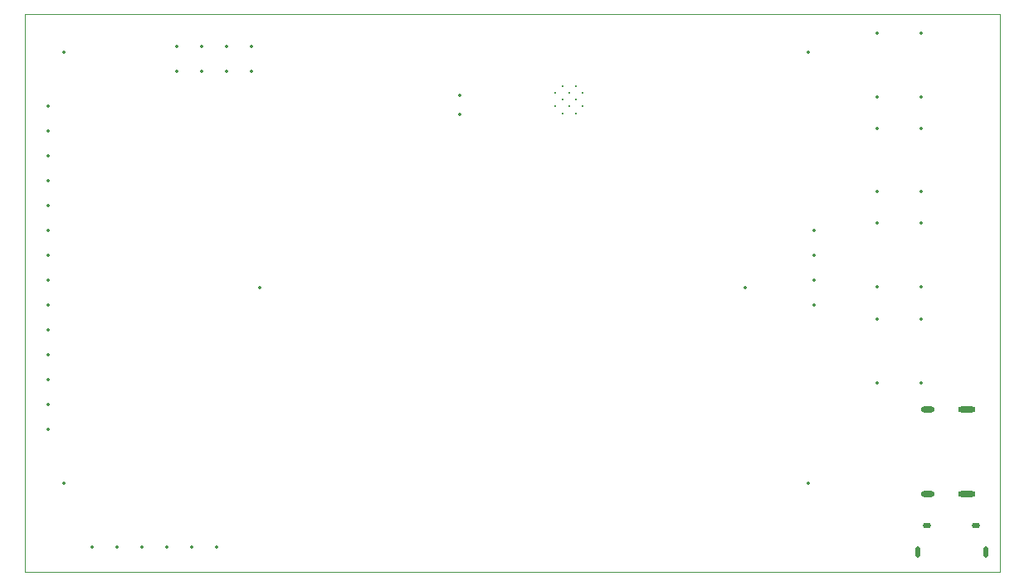
<source format=gko>
%TF.GenerationSoftware,KiCad,Pcbnew,9.0.1*%
%TF.CreationDate,2025-12-02T19:06:14+01:00*%
%TF.ProjectId,stacja_pogody_modu__wew,73746163-6a61-45f7-906f-676f64795f6d,rev?*%
%TF.SameCoordinates,Original*%
%TF.FileFunction,Profile,NP*%
%FSLAX46Y46*%
G04 Gerber Fmt 4.6, Leading zero omitted, Abs format (unit mm)*
G04 Created by KiCad (PCBNEW 9.0.1) date 2025-12-02 19:06:14*
%MOMM*%
%LPD*%
G01*
G04 APERTURE LIST*
%TA.AperFunction,Profile*%
%ADD10C,0.050000*%
%TD*%
%ADD11O,1.400000X0.600000*%
%ADD12O,1.800000X0.600000*%
%ADD13C,0.350000*%
%ADD14C,0.200000*%
%ADD15O,0.500000X1.150000*%
%ADD16O,0.850000X0.550000*%
G04 APERTURE END LIST*
D10*
X101000000Y-59000000D02*
X200500000Y-59000000D01*
X200500000Y-116000000D01*
X101000000Y-116000000D01*
X101000000Y-59000000D01*
D11*
X193175000Y-108080000D03*
D12*
X197155000Y-108080000D03*
D11*
X193175000Y-99440000D03*
D12*
X197155000Y-99440000D03*
D13*
X174500000Y-87000000D03*
X180918400Y-106995026D03*
X180918044Y-62894849D03*
X105024743Y-62907515D03*
X105018400Y-106995026D03*
X103419672Y-68399569D03*
X103419672Y-70939569D03*
X103419672Y-73479569D03*
X103419672Y-76019569D03*
X103419672Y-78559569D03*
X103419672Y-81099569D03*
X103419672Y-83639569D03*
X103419672Y-86179569D03*
X103419672Y-88719569D03*
X103419672Y-91259569D03*
X103419672Y-93799569D03*
X103419672Y-96339569D03*
X103419672Y-98879569D03*
X103419672Y-101419569D03*
X181518044Y-81099849D03*
X181518044Y-83639849D03*
X181518044Y-86179849D03*
X181518044Y-88719849D03*
X120620000Y-113440000D03*
X118080000Y-113440000D03*
X115540000Y-113440000D03*
X113000000Y-113440000D03*
X110460000Y-113440000D03*
X107920000Y-113440000D03*
X192440000Y-90190000D03*
X192440000Y-96690000D03*
X187940000Y-90190000D03*
X187940000Y-96690000D03*
X145360000Y-67370000D03*
X145360000Y-69270000D03*
X192480000Y-80370000D03*
X192480000Y-86870000D03*
X187980000Y-80370000D03*
X187980000Y-86870000D03*
X187990000Y-67460000D03*
X187990000Y-60960000D03*
X192490000Y-67460000D03*
X192490000Y-60960000D03*
X125000000Y-87000000D03*
D14*
X155160000Y-67070000D03*
X155160000Y-68470000D03*
X155860000Y-66370000D03*
X155860000Y-67770000D03*
X155860000Y-69170000D03*
X156560000Y-67070000D03*
X156560000Y-68470000D03*
X157260000Y-66370000D03*
X157260000Y-67770000D03*
X157260000Y-69170000D03*
X157960000Y-67070000D03*
X157960000Y-68470000D03*
D15*
X192090000Y-113990000D03*
D16*
X193090000Y-111290000D03*
X198090000Y-111290000D03*
D15*
X199090000Y-113990000D03*
D13*
X187990000Y-77180000D03*
X187990000Y-70680000D03*
X192490000Y-77180000D03*
X192490000Y-70680000D03*
X124170000Y-64840000D03*
X124170000Y-62300000D03*
X121630000Y-64840000D03*
X121630000Y-62300000D03*
X119090000Y-64840000D03*
X119090000Y-62300000D03*
X116550000Y-64840000D03*
X116550000Y-62300000D03*
M02*

</source>
